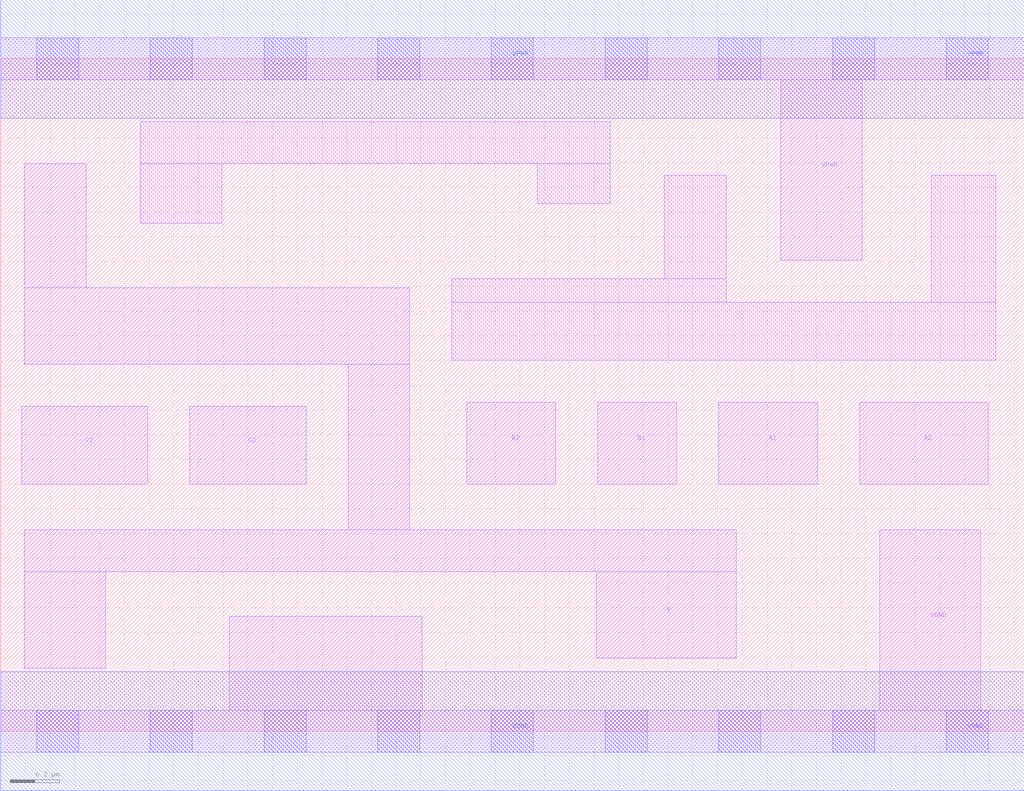
<source format=lef>
# Copyright 2020 The SkyWater PDK Authors
#
# Licensed under the Apache License, Version 2.0 (the "License");
# you may not use this file except in compliance with the License.
# You may obtain a copy of the License at
#
#     https://www.apache.org/licenses/LICENSE-2.0
#
# Unless required by applicable law or agreed to in writing, software
# distributed under the License is distributed on an "AS IS" BASIS,
# WITHOUT WARRANTIES OR CONDITIONS OF ANY KIND, either express or implied.
# See the License for the specific language governing permissions and
# limitations under the License.
#
# SPDX-License-Identifier: Apache-2.0

VERSION 5.7 ;
  NAMESCASESENSITIVE ON ;
  NOWIREEXTENSIONATPIN ON ;
  DIVIDERCHAR "/" ;
  BUSBITCHARS "[]" ;
UNITS
  DATABASE MICRONS 200 ;
END UNITS
PROPERTYDEFINITIONS
  MACRO maskLayoutSubType STRING ;
  MACRO prCellType STRING ;
  MACRO originalViewName STRING ;
END PROPERTYDEFINITIONS
MACRO sky130_fd_sc_hdll__a222oi_1
  CLASS CORE ;
  FOREIGN sky130_fd_sc_hdll__a222oi_1 ;
  ORIGIN  0.000000  0.000000 ;
  SIZE  4.140000 BY  2.720000 ;
  SYMMETRY X Y R90 ;
  SITE unithd ;
  PIN A1
    ANTENNAGATEAREA  0.276000 ;
    DIRECTION INPUT ;
    USE SIGNAL ;
    PORT
      LAYER li1 ;
        RECT 2.905000 1.000000 3.305000 1.330000 ;
    END
  END A1
  PIN A2
    ANTENNAGATEAREA  0.276000 ;
    DIRECTION INPUT ;
    USE SIGNAL ;
    PORT
      LAYER li1 ;
        RECT 3.475000 1.000000 3.995000 1.330000 ;
    END
  END A2
  PIN B1
    ANTENNAGATEAREA  0.276000 ;
    DIRECTION INPUT ;
    USE SIGNAL ;
    PORT
      LAYER li1 ;
        RECT 2.415000 1.000000 2.735000 1.330000 ;
    END
  END B1
  PIN B2
    ANTENNAGATEAREA  0.276000 ;
    DIRECTION INPUT ;
    USE SIGNAL ;
    PORT
      LAYER li1 ;
        RECT 1.885000 1.000000 2.245000 1.330000 ;
    END
  END B2
  PIN C1
    ANTENNAGATEAREA  0.276000 ;
    DIRECTION INPUT ;
    USE SIGNAL ;
    PORT
      LAYER li1 ;
        RECT 0.085000 1.000000 0.595000 1.315000 ;
    END
  END C1
  PIN C2
    ANTENNAGATEAREA  0.276000 ;
    DIRECTION INPUT ;
    USE SIGNAL ;
    PORT
      LAYER li1 ;
        RECT 0.765000 1.000000 1.235000 1.315000 ;
    END
  END C2
  PIN Y
    ANTENNADIFFAREA  0.981600 ;
    DIRECTION OUTPUT ;
    USE SIGNAL ;
    PORT
      LAYER li1 ;
        RECT 0.095000 0.255000 0.425000 0.645000 ;
        RECT 0.095000 0.645000 2.975000 0.815000 ;
        RECT 0.095000 1.485000 1.655000 1.795000 ;
        RECT 0.095000 1.795000 0.345000 2.295000 ;
        RECT 1.405000 0.815000 1.655000 1.485000 ;
        RECT 2.410000 0.295000 2.975000 0.645000 ;
    END
  END Y
  PIN VGND
    DIRECTION INOUT ;
    USE GROUND ;
    PORT
      LAYER li1 ;
        RECT 0.000000 -0.085000 4.140000 0.085000 ;
        RECT 0.925000  0.085000 1.705000 0.465000 ;
        RECT 3.555000  0.085000 3.965000 0.815000 ;
      LAYER mcon ;
        RECT 0.145000 -0.085000 0.315000 0.085000 ;
        RECT 0.605000 -0.085000 0.775000 0.085000 ;
        RECT 1.065000 -0.085000 1.235000 0.085000 ;
        RECT 1.525000 -0.085000 1.695000 0.085000 ;
        RECT 1.985000 -0.085000 2.155000 0.085000 ;
        RECT 2.445000 -0.085000 2.615000 0.085000 ;
        RECT 2.905000 -0.085000 3.075000 0.085000 ;
        RECT 3.365000 -0.085000 3.535000 0.085000 ;
        RECT 3.825000 -0.085000 3.995000 0.085000 ;
      LAYER met1 ;
        RECT 0.000000 -0.240000 4.140000 0.240000 ;
    END
  END VGND
  PIN VPWR
    DIRECTION INOUT ;
    USE POWER ;
    PORT
      LAYER li1 ;
        RECT 0.000000 2.635000 4.140000 2.805000 ;
        RECT 3.155000 1.905000 3.485000 2.635000 ;
      LAYER mcon ;
        RECT 0.145000 2.635000 0.315000 2.805000 ;
        RECT 0.605000 2.635000 0.775000 2.805000 ;
        RECT 1.065000 2.635000 1.235000 2.805000 ;
        RECT 1.525000 2.635000 1.695000 2.805000 ;
        RECT 1.985000 2.635000 2.155000 2.805000 ;
        RECT 2.445000 2.635000 2.615000 2.805000 ;
        RECT 2.905000 2.635000 3.075000 2.805000 ;
        RECT 3.365000 2.635000 3.535000 2.805000 ;
        RECT 3.825000 2.635000 3.995000 2.805000 ;
      LAYER met1 ;
        RECT 0.000000 2.480000 4.140000 2.960000 ;
    END
  END VPWR
  OBS
    LAYER li1 ;
      RECT 0.565000 2.055000 0.895000 2.295000 ;
      RECT 0.565000 2.295000 2.465000 2.465000 ;
      RECT 1.825000 1.500000 4.025000 1.735000 ;
      RECT 1.825000 1.735000 2.935000 1.830000 ;
      RECT 2.170000 2.135000 2.465000 2.295000 ;
      RECT 2.685000 1.830000 2.935000 2.250000 ;
      RECT 3.765000 1.735000 4.025000 2.250000 ;
  END
  PROPERTY maskLayoutSubType "abstract" ;
  PROPERTY prCellType "standard" ;
  PROPERTY originalViewName "layout" ;
END sky130_fd_sc_hdll__a222oi_1

</source>
